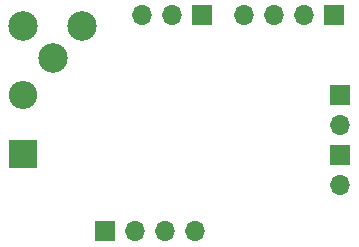
<source format=gbr>
G04 #@! TF.FileFunction,Soldermask,Bot*
%FSLAX46Y46*%
G04 Gerber Fmt 4.6, Leading zero omitted, Abs format (unit mm)*
G04 Created by KiCad (PCBNEW 4.0.7) date 2017 November 14, Tuesday 05:37:29*
%MOMM*%
%LPD*%
G01*
G04 APERTURE LIST*
%ADD10C,0.076200*%
%ADD11R,1.700000X1.700000*%
%ADD12O,1.700000X1.700000*%
%ADD13C,2.500000*%
%ADD14R,2.400000X2.400000*%
%ADD15O,2.400000X2.400000*%
G04 APERTURE END LIST*
D10*
D11*
X167894000Y-92964000D03*
D12*
X167894000Y-95504000D03*
D11*
X167894000Y-98044000D03*
D12*
X167894000Y-100584000D03*
D11*
X156210000Y-86233000D03*
D12*
X153670000Y-86233000D03*
X151130000Y-86233000D03*
D11*
X148000000Y-104500000D03*
D12*
X150540000Y-104500000D03*
X153080000Y-104500000D03*
X155620000Y-104500000D03*
D11*
X167386000Y-86233000D03*
D12*
X164846000Y-86233000D03*
X162306000Y-86233000D03*
X159766000Y-86233000D03*
D13*
X143550000Y-89822000D03*
X146050000Y-87122000D03*
X141050000Y-87122000D03*
D14*
X141000000Y-98000000D03*
D15*
X141000000Y-93000000D03*
M02*

</source>
